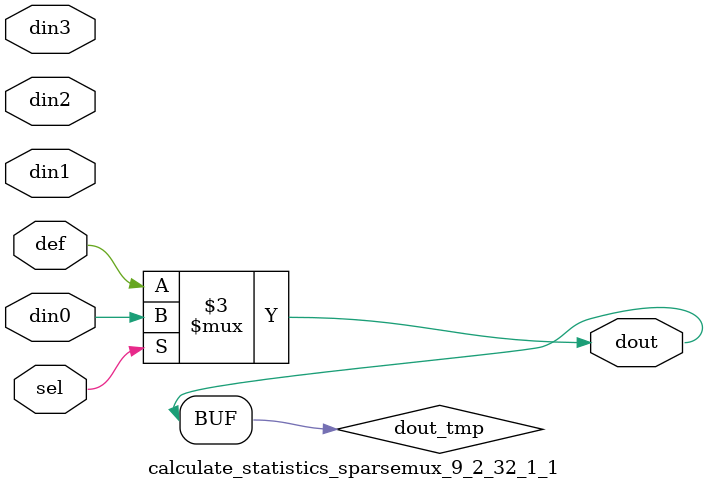
<source format=v>
`timescale 1ns / 1ps

module calculate_statistics_sparsemux_9_2_32_1_1 (din0,din1,din2,din3,def,sel,dout);

parameter din0_WIDTH = 1;

parameter din1_WIDTH = 1;

parameter din2_WIDTH = 1;

parameter din3_WIDTH = 1;

parameter def_WIDTH = 1;
parameter sel_WIDTH = 1;
parameter dout_WIDTH = 1;

parameter [sel_WIDTH-1:0] CASE0 = 1;

parameter [sel_WIDTH-1:0] CASE1 = 1;

parameter [sel_WIDTH-1:0] CASE2 = 1;

parameter [sel_WIDTH-1:0] CASE3 = 1;

parameter ID = 1;
parameter NUM_STAGE = 1;



input [din0_WIDTH-1:0] din0;

input [din1_WIDTH-1:0] din1;

input [din2_WIDTH-1:0] din2;

input [din3_WIDTH-1:0] din3;

input [def_WIDTH-1:0] def;
input [sel_WIDTH-1:0] sel;

output [dout_WIDTH-1:0] dout;



reg [dout_WIDTH-1:0] dout_tmp;


always @ (*) begin
(* parallel_case *) case (sel)
    
    CASE0 : dout_tmp = din0;
    
    CASE1 : dout_tmp = din1;
    
    CASE2 : dout_tmp = din2;
    
    CASE3 : dout_tmp = din3;
    
    default : dout_tmp = def;
endcase
end


assign dout = dout_tmp;



endmodule

</source>
